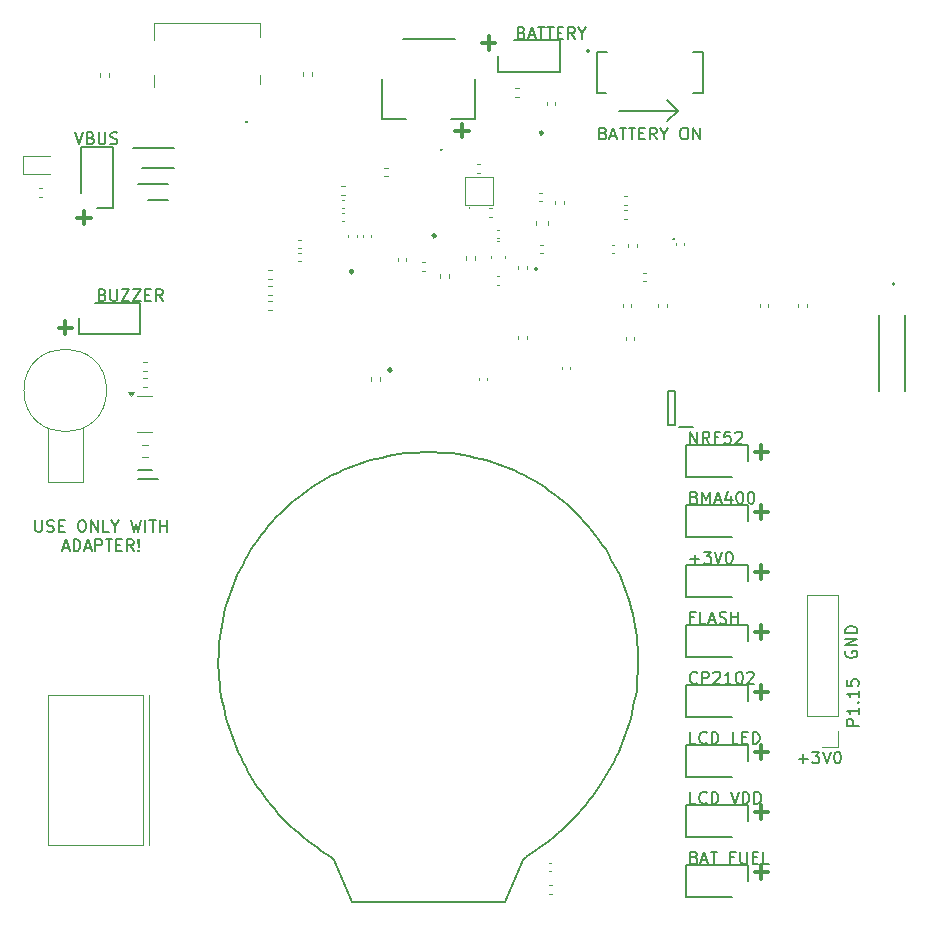
<source format=gbr>
%TF.GenerationSoftware,KiCad,Pcbnew,8.0.3*%
%TF.CreationDate,2024-06-23T22:11:50-05:00*%
%TF.ProjectId,GeckoDevelopmentBoard,4765636b-6f44-4657-9665-6c6f706d656e,rev?*%
%TF.SameCoordinates,Original*%
%TF.FileFunction,Legend,Top*%
%TF.FilePolarity,Positive*%
%FSLAX46Y46*%
G04 Gerber Fmt 4.6, Leading zero omitted, Abs format (unit mm)*
G04 Created by KiCad (PCBNEW 8.0.3) date 2024-06-23 22:11:50*
%MOMM*%
%LPD*%
G01*
G04 APERTURE LIST*
%ADD10C,0.300000*%
%ADD11C,0.200000*%
%ADD12C,0.150000*%
%ADD13C,0.155000*%
%ADD14C,0.120000*%
%ADD15C,0.100000*%
%ADD16C,0.250000*%
%ADD17C,0.127000*%
G04 APERTURE END LIST*
D10*
X95945489Y-61690600D02*
X94802632Y-61690600D01*
X95374060Y-61119171D02*
X95374060Y-62262028D01*
D11*
X113625000Y-60025000D02*
X112741117Y-59141117D01*
X108625000Y-60025000D02*
X113625000Y-60025000D01*
X113616941Y-60033058D02*
X112733058Y-60916941D01*
D12*
X62593922Y-61844819D02*
X62927255Y-62844819D01*
X62927255Y-62844819D02*
X63260588Y-61844819D01*
X63927255Y-62321009D02*
X64070112Y-62368628D01*
X64070112Y-62368628D02*
X64117731Y-62416247D01*
X64117731Y-62416247D02*
X64165350Y-62511485D01*
X64165350Y-62511485D02*
X64165350Y-62654342D01*
X64165350Y-62654342D02*
X64117731Y-62749580D01*
X64117731Y-62749580D02*
X64070112Y-62797200D01*
X64070112Y-62797200D02*
X63974874Y-62844819D01*
X63974874Y-62844819D02*
X63593922Y-62844819D01*
X63593922Y-62844819D02*
X63593922Y-61844819D01*
X63593922Y-61844819D02*
X63927255Y-61844819D01*
X63927255Y-61844819D02*
X64022493Y-61892438D01*
X64022493Y-61892438D02*
X64070112Y-61940057D01*
X64070112Y-61940057D02*
X64117731Y-62035295D01*
X64117731Y-62035295D02*
X64117731Y-62130533D01*
X64117731Y-62130533D02*
X64070112Y-62225771D01*
X64070112Y-62225771D02*
X64022493Y-62273390D01*
X64022493Y-62273390D02*
X63927255Y-62321009D01*
X63927255Y-62321009D02*
X63593922Y-62321009D01*
X64593922Y-61844819D02*
X64593922Y-62654342D01*
X64593922Y-62654342D02*
X64641541Y-62749580D01*
X64641541Y-62749580D02*
X64689160Y-62797200D01*
X64689160Y-62797200D02*
X64784398Y-62844819D01*
X64784398Y-62844819D02*
X64974874Y-62844819D01*
X64974874Y-62844819D02*
X65070112Y-62797200D01*
X65070112Y-62797200D02*
X65117731Y-62749580D01*
X65117731Y-62749580D02*
X65165350Y-62654342D01*
X65165350Y-62654342D02*
X65165350Y-61844819D01*
X65593922Y-62797200D02*
X65736779Y-62844819D01*
X65736779Y-62844819D02*
X65974874Y-62844819D01*
X65974874Y-62844819D02*
X66070112Y-62797200D01*
X66070112Y-62797200D02*
X66117731Y-62749580D01*
X66117731Y-62749580D02*
X66165350Y-62654342D01*
X66165350Y-62654342D02*
X66165350Y-62559104D01*
X66165350Y-62559104D02*
X66117731Y-62463866D01*
X66117731Y-62463866D02*
X66070112Y-62416247D01*
X66070112Y-62416247D02*
X65974874Y-62368628D01*
X65974874Y-62368628D02*
X65784398Y-62321009D01*
X65784398Y-62321009D02*
X65689160Y-62273390D01*
X65689160Y-62273390D02*
X65641541Y-62225771D01*
X65641541Y-62225771D02*
X65593922Y-62130533D01*
X65593922Y-62130533D02*
X65593922Y-62035295D01*
X65593922Y-62035295D02*
X65641541Y-61940057D01*
X65641541Y-61940057D02*
X65689160Y-61892438D01*
X65689160Y-61892438D02*
X65784398Y-61844819D01*
X65784398Y-61844819D02*
X66022493Y-61844819D01*
X66022493Y-61844819D02*
X66165350Y-61892438D01*
D10*
X120139510Y-104144400D02*
X121282368Y-104144400D01*
X120710939Y-104715828D02*
X120710939Y-103572971D01*
D12*
X115025112Y-102916009D02*
X114691779Y-102916009D01*
X114691779Y-103439819D02*
X114691779Y-102439819D01*
X114691779Y-102439819D02*
X115167969Y-102439819D01*
X116025112Y-103439819D02*
X115548922Y-103439819D01*
X115548922Y-103439819D02*
X115548922Y-102439819D01*
X116310827Y-103154104D02*
X116787017Y-103154104D01*
X116215589Y-103439819D02*
X116548922Y-102439819D01*
X116548922Y-102439819D02*
X116882255Y-103439819D01*
X117167970Y-103392200D02*
X117310827Y-103439819D01*
X117310827Y-103439819D02*
X117548922Y-103439819D01*
X117548922Y-103439819D02*
X117644160Y-103392200D01*
X117644160Y-103392200D02*
X117691779Y-103344580D01*
X117691779Y-103344580D02*
X117739398Y-103249342D01*
X117739398Y-103249342D02*
X117739398Y-103154104D01*
X117739398Y-103154104D02*
X117691779Y-103058866D01*
X117691779Y-103058866D02*
X117644160Y-103011247D01*
X117644160Y-103011247D02*
X117548922Y-102963628D01*
X117548922Y-102963628D02*
X117358446Y-102916009D01*
X117358446Y-102916009D02*
X117263208Y-102868390D01*
X117263208Y-102868390D02*
X117215589Y-102820771D01*
X117215589Y-102820771D02*
X117167970Y-102725533D01*
X117167970Y-102725533D02*
X117167970Y-102630295D01*
X117167970Y-102630295D02*
X117215589Y-102535057D01*
X117215589Y-102535057D02*
X117263208Y-102487438D01*
X117263208Y-102487438D02*
X117358446Y-102439819D01*
X117358446Y-102439819D02*
X117596541Y-102439819D01*
X117596541Y-102439819D02*
X117739398Y-102487438D01*
X118167970Y-103439819D02*
X118167970Y-102439819D01*
X118167970Y-102916009D02*
X118739398Y-102916009D01*
X118739398Y-103439819D02*
X118739398Y-102439819D01*
D10*
X120139510Y-93984400D02*
X121282368Y-93984400D01*
X120710939Y-94555828D02*
X120710939Y-93412971D01*
D12*
X100400112Y-53401009D02*
X100542969Y-53448628D01*
X100542969Y-53448628D02*
X100590588Y-53496247D01*
X100590588Y-53496247D02*
X100638207Y-53591485D01*
X100638207Y-53591485D02*
X100638207Y-53734342D01*
X100638207Y-53734342D02*
X100590588Y-53829580D01*
X100590588Y-53829580D02*
X100542969Y-53877200D01*
X100542969Y-53877200D02*
X100447731Y-53924819D01*
X100447731Y-53924819D02*
X100066779Y-53924819D01*
X100066779Y-53924819D02*
X100066779Y-52924819D01*
X100066779Y-52924819D02*
X100400112Y-52924819D01*
X100400112Y-52924819D02*
X100495350Y-52972438D01*
X100495350Y-52972438D02*
X100542969Y-53020057D01*
X100542969Y-53020057D02*
X100590588Y-53115295D01*
X100590588Y-53115295D02*
X100590588Y-53210533D01*
X100590588Y-53210533D02*
X100542969Y-53305771D01*
X100542969Y-53305771D02*
X100495350Y-53353390D01*
X100495350Y-53353390D02*
X100400112Y-53401009D01*
X100400112Y-53401009D02*
X100066779Y-53401009D01*
X101019160Y-53639104D02*
X101495350Y-53639104D01*
X100923922Y-53924819D02*
X101257255Y-52924819D01*
X101257255Y-52924819D02*
X101590588Y-53924819D01*
X101781065Y-52924819D02*
X102352493Y-52924819D01*
X102066779Y-53924819D02*
X102066779Y-52924819D01*
X102542970Y-52924819D02*
X103114398Y-52924819D01*
X102828684Y-53924819D02*
X102828684Y-52924819D01*
X103447732Y-53401009D02*
X103781065Y-53401009D01*
X103923922Y-53924819D02*
X103447732Y-53924819D01*
X103447732Y-53924819D02*
X103447732Y-52924819D01*
X103447732Y-52924819D02*
X103923922Y-52924819D01*
X104923922Y-53924819D02*
X104590589Y-53448628D01*
X104352494Y-53924819D02*
X104352494Y-52924819D01*
X104352494Y-52924819D02*
X104733446Y-52924819D01*
X104733446Y-52924819D02*
X104828684Y-52972438D01*
X104828684Y-52972438D02*
X104876303Y-53020057D01*
X104876303Y-53020057D02*
X104923922Y-53115295D01*
X104923922Y-53115295D02*
X104923922Y-53258152D01*
X104923922Y-53258152D02*
X104876303Y-53353390D01*
X104876303Y-53353390D02*
X104828684Y-53401009D01*
X104828684Y-53401009D02*
X104733446Y-53448628D01*
X104733446Y-53448628D02*
X104352494Y-53448628D01*
X105542970Y-53448628D02*
X105542970Y-53924819D01*
X105209637Y-52924819D02*
X105542970Y-53448628D01*
X105542970Y-53448628D02*
X105876303Y-52924819D01*
X128944819Y-112063220D02*
X127944819Y-112063220D01*
X127944819Y-112063220D02*
X127944819Y-111682268D01*
X127944819Y-111682268D02*
X127992438Y-111587030D01*
X127992438Y-111587030D02*
X128040057Y-111539411D01*
X128040057Y-111539411D02*
X128135295Y-111491792D01*
X128135295Y-111491792D02*
X128278152Y-111491792D01*
X128278152Y-111491792D02*
X128373390Y-111539411D01*
X128373390Y-111539411D02*
X128421009Y-111587030D01*
X128421009Y-111587030D02*
X128468628Y-111682268D01*
X128468628Y-111682268D02*
X128468628Y-112063220D01*
X128944819Y-110539411D02*
X128944819Y-111110839D01*
X128944819Y-110825125D02*
X127944819Y-110825125D01*
X127944819Y-110825125D02*
X128087676Y-110920363D01*
X128087676Y-110920363D02*
X128182914Y-111015601D01*
X128182914Y-111015601D02*
X128230533Y-111110839D01*
X128849580Y-110110839D02*
X128897200Y-110063220D01*
X128897200Y-110063220D02*
X128944819Y-110110839D01*
X128944819Y-110110839D02*
X128897200Y-110158458D01*
X128897200Y-110158458D02*
X128849580Y-110110839D01*
X128849580Y-110110839D02*
X128944819Y-110110839D01*
X128944819Y-109110840D02*
X128944819Y-109682268D01*
X128944819Y-109396554D02*
X127944819Y-109396554D01*
X127944819Y-109396554D02*
X128087676Y-109491792D01*
X128087676Y-109491792D02*
X128182914Y-109587030D01*
X128182914Y-109587030D02*
X128230533Y-109682268D01*
X127944819Y-108206078D02*
X127944819Y-108682268D01*
X127944819Y-108682268D02*
X128421009Y-108729887D01*
X128421009Y-108729887D02*
X128373390Y-108682268D01*
X128373390Y-108682268D02*
X128325771Y-108587030D01*
X128325771Y-108587030D02*
X128325771Y-108348935D01*
X128325771Y-108348935D02*
X128373390Y-108253697D01*
X128373390Y-108253697D02*
X128421009Y-108206078D01*
X128421009Y-108206078D02*
X128516247Y-108158459D01*
X128516247Y-108158459D02*
X128754342Y-108158459D01*
X128754342Y-108158459D02*
X128849580Y-108206078D01*
X128849580Y-108206078D02*
X128897200Y-108253697D01*
X128897200Y-108253697D02*
X128944819Y-108348935D01*
X128944819Y-108348935D02*
X128944819Y-108587030D01*
X128944819Y-108587030D02*
X128897200Y-108682268D01*
X128897200Y-108682268D02*
X128849580Y-108729887D01*
D10*
X97614400Y-54845489D02*
X97614400Y-53702632D01*
X98185828Y-54274060D02*
X97042971Y-54274060D01*
D12*
X115025112Y-123236009D02*
X115167969Y-123283628D01*
X115167969Y-123283628D02*
X115215588Y-123331247D01*
X115215588Y-123331247D02*
X115263207Y-123426485D01*
X115263207Y-123426485D02*
X115263207Y-123569342D01*
X115263207Y-123569342D02*
X115215588Y-123664580D01*
X115215588Y-123664580D02*
X115167969Y-123712200D01*
X115167969Y-123712200D02*
X115072731Y-123759819D01*
X115072731Y-123759819D02*
X114691779Y-123759819D01*
X114691779Y-123759819D02*
X114691779Y-122759819D01*
X114691779Y-122759819D02*
X115025112Y-122759819D01*
X115025112Y-122759819D02*
X115120350Y-122807438D01*
X115120350Y-122807438D02*
X115167969Y-122855057D01*
X115167969Y-122855057D02*
X115215588Y-122950295D01*
X115215588Y-122950295D02*
X115215588Y-123045533D01*
X115215588Y-123045533D02*
X115167969Y-123140771D01*
X115167969Y-123140771D02*
X115120350Y-123188390D01*
X115120350Y-123188390D02*
X115025112Y-123236009D01*
X115025112Y-123236009D02*
X114691779Y-123236009D01*
X115644160Y-123474104D02*
X116120350Y-123474104D01*
X115548922Y-123759819D02*
X115882255Y-122759819D01*
X115882255Y-122759819D02*
X116215588Y-123759819D01*
X116406065Y-122759819D02*
X116977493Y-122759819D01*
X116691779Y-123759819D02*
X116691779Y-122759819D01*
X117072732Y-123855057D02*
X117834636Y-123855057D01*
X118406065Y-123236009D02*
X118072732Y-123236009D01*
X118072732Y-123759819D02*
X118072732Y-122759819D01*
X118072732Y-122759819D02*
X118548922Y-122759819D01*
X118929875Y-122759819D02*
X118929875Y-123569342D01*
X118929875Y-123569342D02*
X118977494Y-123664580D01*
X118977494Y-123664580D02*
X119025113Y-123712200D01*
X119025113Y-123712200D02*
X119120351Y-123759819D01*
X119120351Y-123759819D02*
X119310827Y-123759819D01*
X119310827Y-123759819D02*
X119406065Y-123712200D01*
X119406065Y-123712200D02*
X119453684Y-123664580D01*
X119453684Y-123664580D02*
X119501303Y-123569342D01*
X119501303Y-123569342D02*
X119501303Y-122759819D01*
X119977494Y-123236009D02*
X120310827Y-123236009D01*
X120453684Y-123759819D02*
X119977494Y-123759819D01*
X119977494Y-123759819D02*
X119977494Y-122759819D01*
X119977494Y-122759819D02*
X120453684Y-122759819D01*
X121358446Y-123759819D02*
X120882256Y-123759819D01*
X120882256Y-123759819D02*
X120882256Y-122759819D01*
X115167969Y-113599819D02*
X114691779Y-113599819D01*
X114691779Y-113599819D02*
X114691779Y-112599819D01*
X116072731Y-113504580D02*
X116025112Y-113552200D01*
X116025112Y-113552200D02*
X115882255Y-113599819D01*
X115882255Y-113599819D02*
X115787017Y-113599819D01*
X115787017Y-113599819D02*
X115644160Y-113552200D01*
X115644160Y-113552200D02*
X115548922Y-113456961D01*
X115548922Y-113456961D02*
X115501303Y-113361723D01*
X115501303Y-113361723D02*
X115453684Y-113171247D01*
X115453684Y-113171247D02*
X115453684Y-113028390D01*
X115453684Y-113028390D02*
X115501303Y-112837914D01*
X115501303Y-112837914D02*
X115548922Y-112742676D01*
X115548922Y-112742676D02*
X115644160Y-112647438D01*
X115644160Y-112647438D02*
X115787017Y-112599819D01*
X115787017Y-112599819D02*
X115882255Y-112599819D01*
X115882255Y-112599819D02*
X116025112Y-112647438D01*
X116025112Y-112647438D02*
X116072731Y-112695057D01*
X116501303Y-113599819D02*
X116501303Y-112599819D01*
X116501303Y-112599819D02*
X116739398Y-112599819D01*
X116739398Y-112599819D02*
X116882255Y-112647438D01*
X116882255Y-112647438D02*
X116977493Y-112742676D01*
X116977493Y-112742676D02*
X117025112Y-112837914D01*
X117025112Y-112837914D02*
X117072731Y-113028390D01*
X117072731Y-113028390D02*
X117072731Y-113171247D01*
X117072731Y-113171247D02*
X117025112Y-113361723D01*
X117025112Y-113361723D02*
X116977493Y-113456961D01*
X116977493Y-113456961D02*
X116882255Y-113552200D01*
X116882255Y-113552200D02*
X116739398Y-113599819D01*
X116739398Y-113599819D02*
X116501303Y-113599819D01*
X117263208Y-113695057D02*
X118025112Y-113695057D01*
X118739398Y-113599819D02*
X118263208Y-113599819D01*
X118263208Y-113599819D02*
X118263208Y-112599819D01*
X119072732Y-113076009D02*
X119406065Y-113076009D01*
X119548922Y-113599819D02*
X119072732Y-113599819D01*
X119072732Y-113599819D02*
X119072732Y-112599819D01*
X119072732Y-112599819D02*
X119548922Y-112599819D01*
X119977494Y-113599819D02*
X119977494Y-112599819D01*
X119977494Y-112599819D02*
X120215589Y-112599819D01*
X120215589Y-112599819D02*
X120358446Y-112647438D01*
X120358446Y-112647438D02*
X120453684Y-112742676D01*
X120453684Y-112742676D02*
X120501303Y-112837914D01*
X120501303Y-112837914D02*
X120548922Y-113028390D01*
X120548922Y-113028390D02*
X120548922Y-113171247D01*
X120548922Y-113171247D02*
X120501303Y-113361723D01*
X120501303Y-113361723D02*
X120453684Y-113456961D01*
X120453684Y-113456961D02*
X120358446Y-113552200D01*
X120358446Y-113552200D02*
X120215589Y-113599819D01*
X120215589Y-113599819D02*
X119977494Y-113599819D01*
D10*
X120139510Y-109224400D02*
X121282368Y-109224400D01*
X120710939Y-109795828D02*
X120710939Y-108652971D01*
D12*
X115167969Y-118679819D02*
X114691779Y-118679819D01*
X114691779Y-118679819D02*
X114691779Y-117679819D01*
X116072731Y-118584580D02*
X116025112Y-118632200D01*
X116025112Y-118632200D02*
X115882255Y-118679819D01*
X115882255Y-118679819D02*
X115787017Y-118679819D01*
X115787017Y-118679819D02*
X115644160Y-118632200D01*
X115644160Y-118632200D02*
X115548922Y-118536961D01*
X115548922Y-118536961D02*
X115501303Y-118441723D01*
X115501303Y-118441723D02*
X115453684Y-118251247D01*
X115453684Y-118251247D02*
X115453684Y-118108390D01*
X115453684Y-118108390D02*
X115501303Y-117917914D01*
X115501303Y-117917914D02*
X115548922Y-117822676D01*
X115548922Y-117822676D02*
X115644160Y-117727438D01*
X115644160Y-117727438D02*
X115787017Y-117679819D01*
X115787017Y-117679819D02*
X115882255Y-117679819D01*
X115882255Y-117679819D02*
X116025112Y-117727438D01*
X116025112Y-117727438D02*
X116072731Y-117775057D01*
X116501303Y-118679819D02*
X116501303Y-117679819D01*
X116501303Y-117679819D02*
X116739398Y-117679819D01*
X116739398Y-117679819D02*
X116882255Y-117727438D01*
X116882255Y-117727438D02*
X116977493Y-117822676D01*
X116977493Y-117822676D02*
X117025112Y-117917914D01*
X117025112Y-117917914D02*
X117072731Y-118108390D01*
X117072731Y-118108390D02*
X117072731Y-118251247D01*
X117072731Y-118251247D02*
X117025112Y-118441723D01*
X117025112Y-118441723D02*
X116977493Y-118536961D01*
X116977493Y-118536961D02*
X116882255Y-118632200D01*
X116882255Y-118632200D02*
X116739398Y-118679819D01*
X116739398Y-118679819D02*
X116501303Y-118679819D01*
X117263208Y-118775057D02*
X118025112Y-118775057D01*
X118120351Y-117679819D02*
X118453684Y-118679819D01*
X118453684Y-118679819D02*
X118787017Y-117679819D01*
X119120351Y-118679819D02*
X119120351Y-117679819D01*
X119120351Y-117679819D02*
X119358446Y-117679819D01*
X119358446Y-117679819D02*
X119501303Y-117727438D01*
X119501303Y-117727438D02*
X119596541Y-117822676D01*
X119596541Y-117822676D02*
X119644160Y-117917914D01*
X119644160Y-117917914D02*
X119691779Y-118108390D01*
X119691779Y-118108390D02*
X119691779Y-118251247D01*
X119691779Y-118251247D02*
X119644160Y-118441723D01*
X119644160Y-118441723D02*
X119596541Y-118536961D01*
X119596541Y-118536961D02*
X119501303Y-118632200D01*
X119501303Y-118632200D02*
X119358446Y-118679819D01*
X119358446Y-118679819D02*
X119120351Y-118679819D01*
X120120351Y-118679819D02*
X120120351Y-117679819D01*
X120120351Y-117679819D02*
X120358446Y-117679819D01*
X120358446Y-117679819D02*
X120501303Y-117727438D01*
X120501303Y-117727438D02*
X120596541Y-117822676D01*
X120596541Y-117822676D02*
X120644160Y-117917914D01*
X120644160Y-117917914D02*
X120691779Y-118108390D01*
X120691779Y-118108390D02*
X120691779Y-118251247D01*
X120691779Y-118251247D02*
X120644160Y-118441723D01*
X120644160Y-118441723D02*
X120596541Y-118536961D01*
X120596541Y-118536961D02*
X120501303Y-118632200D01*
X120501303Y-118632200D02*
X120358446Y-118679819D01*
X120358446Y-118679819D02*
X120120351Y-118679819D01*
X115025112Y-92756009D02*
X115167969Y-92803628D01*
X115167969Y-92803628D02*
X115215588Y-92851247D01*
X115215588Y-92851247D02*
X115263207Y-92946485D01*
X115263207Y-92946485D02*
X115263207Y-93089342D01*
X115263207Y-93089342D02*
X115215588Y-93184580D01*
X115215588Y-93184580D02*
X115167969Y-93232200D01*
X115167969Y-93232200D02*
X115072731Y-93279819D01*
X115072731Y-93279819D02*
X114691779Y-93279819D01*
X114691779Y-93279819D02*
X114691779Y-92279819D01*
X114691779Y-92279819D02*
X115025112Y-92279819D01*
X115025112Y-92279819D02*
X115120350Y-92327438D01*
X115120350Y-92327438D02*
X115167969Y-92375057D01*
X115167969Y-92375057D02*
X115215588Y-92470295D01*
X115215588Y-92470295D02*
X115215588Y-92565533D01*
X115215588Y-92565533D02*
X115167969Y-92660771D01*
X115167969Y-92660771D02*
X115120350Y-92708390D01*
X115120350Y-92708390D02*
X115025112Y-92756009D01*
X115025112Y-92756009D02*
X114691779Y-92756009D01*
X115691779Y-93279819D02*
X115691779Y-92279819D01*
X115691779Y-92279819D02*
X116025112Y-92994104D01*
X116025112Y-92994104D02*
X116358445Y-92279819D01*
X116358445Y-92279819D02*
X116358445Y-93279819D01*
X116787017Y-92994104D02*
X117263207Y-92994104D01*
X116691779Y-93279819D02*
X117025112Y-92279819D01*
X117025112Y-92279819D02*
X117358445Y-93279819D01*
X118120350Y-92613152D02*
X118120350Y-93279819D01*
X117882255Y-92232200D02*
X117644160Y-92946485D01*
X117644160Y-92946485D02*
X118263207Y-92946485D01*
X118834636Y-92279819D02*
X118929874Y-92279819D01*
X118929874Y-92279819D02*
X119025112Y-92327438D01*
X119025112Y-92327438D02*
X119072731Y-92375057D01*
X119072731Y-92375057D02*
X119120350Y-92470295D01*
X119120350Y-92470295D02*
X119167969Y-92660771D01*
X119167969Y-92660771D02*
X119167969Y-92898866D01*
X119167969Y-92898866D02*
X119120350Y-93089342D01*
X119120350Y-93089342D02*
X119072731Y-93184580D01*
X119072731Y-93184580D02*
X119025112Y-93232200D01*
X119025112Y-93232200D02*
X118929874Y-93279819D01*
X118929874Y-93279819D02*
X118834636Y-93279819D01*
X118834636Y-93279819D02*
X118739398Y-93232200D01*
X118739398Y-93232200D02*
X118691779Y-93184580D01*
X118691779Y-93184580D02*
X118644160Y-93089342D01*
X118644160Y-93089342D02*
X118596541Y-92898866D01*
X118596541Y-92898866D02*
X118596541Y-92660771D01*
X118596541Y-92660771D02*
X118644160Y-92470295D01*
X118644160Y-92470295D02*
X118691779Y-92375057D01*
X118691779Y-92375057D02*
X118739398Y-92327438D01*
X118739398Y-92327438D02*
X118834636Y-92279819D01*
X119787017Y-92279819D02*
X119882255Y-92279819D01*
X119882255Y-92279819D02*
X119977493Y-92327438D01*
X119977493Y-92327438D02*
X120025112Y-92375057D01*
X120025112Y-92375057D02*
X120072731Y-92470295D01*
X120072731Y-92470295D02*
X120120350Y-92660771D01*
X120120350Y-92660771D02*
X120120350Y-92898866D01*
X120120350Y-92898866D02*
X120072731Y-93089342D01*
X120072731Y-93089342D02*
X120025112Y-93184580D01*
X120025112Y-93184580D02*
X119977493Y-93232200D01*
X119977493Y-93232200D02*
X119882255Y-93279819D01*
X119882255Y-93279819D02*
X119787017Y-93279819D01*
X119787017Y-93279819D02*
X119691779Y-93232200D01*
X119691779Y-93232200D02*
X119644160Y-93184580D01*
X119644160Y-93184580D02*
X119596541Y-93089342D01*
X119596541Y-93089342D02*
X119548922Y-92898866D01*
X119548922Y-92898866D02*
X119548922Y-92660771D01*
X119548922Y-92660771D02*
X119596541Y-92470295D01*
X119596541Y-92470295D02*
X119644160Y-92375057D01*
X119644160Y-92375057D02*
X119691779Y-92327438D01*
X119691779Y-92327438D02*
X119787017Y-92279819D01*
X114691779Y-97978866D02*
X115453684Y-97978866D01*
X115072731Y-98359819D02*
X115072731Y-97597914D01*
X115834636Y-97359819D02*
X116453683Y-97359819D01*
X116453683Y-97359819D02*
X116120350Y-97740771D01*
X116120350Y-97740771D02*
X116263207Y-97740771D01*
X116263207Y-97740771D02*
X116358445Y-97788390D01*
X116358445Y-97788390D02*
X116406064Y-97836009D01*
X116406064Y-97836009D02*
X116453683Y-97931247D01*
X116453683Y-97931247D02*
X116453683Y-98169342D01*
X116453683Y-98169342D02*
X116406064Y-98264580D01*
X116406064Y-98264580D02*
X116358445Y-98312200D01*
X116358445Y-98312200D02*
X116263207Y-98359819D01*
X116263207Y-98359819D02*
X115977493Y-98359819D01*
X115977493Y-98359819D02*
X115882255Y-98312200D01*
X115882255Y-98312200D02*
X115834636Y-98264580D01*
X116739398Y-97359819D02*
X117072731Y-98359819D01*
X117072731Y-98359819D02*
X117406064Y-97359819D01*
X117929874Y-97359819D02*
X118025112Y-97359819D01*
X118025112Y-97359819D02*
X118120350Y-97407438D01*
X118120350Y-97407438D02*
X118167969Y-97455057D01*
X118167969Y-97455057D02*
X118215588Y-97550295D01*
X118215588Y-97550295D02*
X118263207Y-97740771D01*
X118263207Y-97740771D02*
X118263207Y-97978866D01*
X118263207Y-97978866D02*
X118215588Y-98169342D01*
X118215588Y-98169342D02*
X118167969Y-98264580D01*
X118167969Y-98264580D02*
X118120350Y-98312200D01*
X118120350Y-98312200D02*
X118025112Y-98359819D01*
X118025112Y-98359819D02*
X117929874Y-98359819D01*
X117929874Y-98359819D02*
X117834636Y-98312200D01*
X117834636Y-98312200D02*
X117787017Y-98264580D01*
X117787017Y-98264580D02*
X117739398Y-98169342D01*
X117739398Y-98169342D02*
X117691779Y-97978866D01*
X117691779Y-97978866D02*
X117691779Y-97740771D01*
X117691779Y-97740771D02*
X117739398Y-97550295D01*
X117739398Y-97550295D02*
X117787017Y-97455057D01*
X117787017Y-97455057D02*
X117834636Y-97407438D01*
X117834636Y-97407438D02*
X117929874Y-97359819D01*
X64920112Y-75596009D02*
X65062969Y-75643628D01*
X65062969Y-75643628D02*
X65110588Y-75691247D01*
X65110588Y-75691247D02*
X65158207Y-75786485D01*
X65158207Y-75786485D02*
X65158207Y-75929342D01*
X65158207Y-75929342D02*
X65110588Y-76024580D01*
X65110588Y-76024580D02*
X65062969Y-76072200D01*
X65062969Y-76072200D02*
X64967731Y-76119819D01*
X64967731Y-76119819D02*
X64586779Y-76119819D01*
X64586779Y-76119819D02*
X64586779Y-75119819D01*
X64586779Y-75119819D02*
X64920112Y-75119819D01*
X64920112Y-75119819D02*
X65015350Y-75167438D01*
X65015350Y-75167438D02*
X65062969Y-75215057D01*
X65062969Y-75215057D02*
X65110588Y-75310295D01*
X65110588Y-75310295D02*
X65110588Y-75405533D01*
X65110588Y-75405533D02*
X65062969Y-75500771D01*
X65062969Y-75500771D02*
X65015350Y-75548390D01*
X65015350Y-75548390D02*
X64920112Y-75596009D01*
X64920112Y-75596009D02*
X64586779Y-75596009D01*
X65586779Y-75119819D02*
X65586779Y-75929342D01*
X65586779Y-75929342D02*
X65634398Y-76024580D01*
X65634398Y-76024580D02*
X65682017Y-76072200D01*
X65682017Y-76072200D02*
X65777255Y-76119819D01*
X65777255Y-76119819D02*
X65967731Y-76119819D01*
X65967731Y-76119819D02*
X66062969Y-76072200D01*
X66062969Y-76072200D02*
X66110588Y-76024580D01*
X66110588Y-76024580D02*
X66158207Y-75929342D01*
X66158207Y-75929342D02*
X66158207Y-75119819D01*
X66539160Y-75119819D02*
X67205826Y-75119819D01*
X67205826Y-75119819D02*
X66539160Y-76119819D01*
X66539160Y-76119819D02*
X67205826Y-76119819D01*
X67491541Y-75119819D02*
X68158207Y-75119819D01*
X68158207Y-75119819D02*
X67491541Y-76119819D01*
X67491541Y-76119819D02*
X68158207Y-76119819D01*
X68539160Y-75596009D02*
X68872493Y-75596009D01*
X69015350Y-76119819D02*
X68539160Y-76119819D01*
X68539160Y-76119819D02*
X68539160Y-75119819D01*
X68539160Y-75119819D02*
X69015350Y-75119819D01*
X70015350Y-76119819D02*
X69682017Y-75643628D01*
X69443922Y-76119819D02*
X69443922Y-75119819D01*
X69443922Y-75119819D02*
X69824874Y-75119819D01*
X69824874Y-75119819D02*
X69920112Y-75167438D01*
X69920112Y-75167438D02*
X69967731Y-75215057D01*
X69967731Y-75215057D02*
X70015350Y-75310295D01*
X70015350Y-75310295D02*
X70015350Y-75453152D01*
X70015350Y-75453152D02*
X69967731Y-75548390D01*
X69967731Y-75548390D02*
X69920112Y-75596009D01*
X69920112Y-75596009D02*
X69824874Y-75643628D01*
X69824874Y-75643628D02*
X69443922Y-75643628D01*
X127867438Y-105764411D02*
X127819819Y-105859649D01*
X127819819Y-105859649D02*
X127819819Y-106002506D01*
X127819819Y-106002506D02*
X127867438Y-106145363D01*
X127867438Y-106145363D02*
X127962676Y-106240601D01*
X127962676Y-106240601D02*
X128057914Y-106288220D01*
X128057914Y-106288220D02*
X128248390Y-106335839D01*
X128248390Y-106335839D02*
X128391247Y-106335839D01*
X128391247Y-106335839D02*
X128581723Y-106288220D01*
X128581723Y-106288220D02*
X128676961Y-106240601D01*
X128676961Y-106240601D02*
X128772200Y-106145363D01*
X128772200Y-106145363D02*
X128819819Y-106002506D01*
X128819819Y-106002506D02*
X128819819Y-105907268D01*
X128819819Y-105907268D02*
X128772200Y-105764411D01*
X128772200Y-105764411D02*
X128724580Y-105716792D01*
X128724580Y-105716792D02*
X128391247Y-105716792D01*
X128391247Y-105716792D02*
X128391247Y-105907268D01*
X128819819Y-105288220D02*
X127819819Y-105288220D01*
X127819819Y-105288220D02*
X128819819Y-104716792D01*
X128819819Y-104716792D02*
X127819819Y-104716792D01*
X128819819Y-104240601D02*
X127819819Y-104240601D01*
X127819819Y-104240601D02*
X127819819Y-104002506D01*
X127819819Y-104002506D02*
X127867438Y-103859649D01*
X127867438Y-103859649D02*
X127962676Y-103764411D01*
X127962676Y-103764411D02*
X128057914Y-103716792D01*
X128057914Y-103716792D02*
X128248390Y-103669173D01*
X128248390Y-103669173D02*
X128391247Y-103669173D01*
X128391247Y-103669173D02*
X128581723Y-103716792D01*
X128581723Y-103716792D02*
X128676961Y-103764411D01*
X128676961Y-103764411D02*
X128772200Y-103859649D01*
X128772200Y-103859649D02*
X128819819Y-104002506D01*
X128819819Y-104002506D02*
X128819819Y-104240601D01*
D10*
X120139510Y-114304400D02*
X121282368Y-114304400D01*
X120710939Y-114875828D02*
X120710939Y-113732971D01*
D13*
X59228571Y-94684615D02*
X59228571Y-95494138D01*
X59228571Y-95494138D02*
X59276190Y-95589376D01*
X59276190Y-95589376D02*
X59323809Y-95636996D01*
X59323809Y-95636996D02*
X59419047Y-95684615D01*
X59419047Y-95684615D02*
X59609523Y-95684615D01*
X59609523Y-95684615D02*
X59704761Y-95636996D01*
X59704761Y-95636996D02*
X59752380Y-95589376D01*
X59752380Y-95589376D02*
X59799999Y-95494138D01*
X59799999Y-95494138D02*
X59799999Y-94684615D01*
X60228571Y-95636996D02*
X60371428Y-95684615D01*
X60371428Y-95684615D02*
X60609523Y-95684615D01*
X60609523Y-95684615D02*
X60704761Y-95636996D01*
X60704761Y-95636996D02*
X60752380Y-95589376D01*
X60752380Y-95589376D02*
X60799999Y-95494138D01*
X60799999Y-95494138D02*
X60799999Y-95398900D01*
X60799999Y-95398900D02*
X60752380Y-95303662D01*
X60752380Y-95303662D02*
X60704761Y-95256043D01*
X60704761Y-95256043D02*
X60609523Y-95208424D01*
X60609523Y-95208424D02*
X60419047Y-95160805D01*
X60419047Y-95160805D02*
X60323809Y-95113186D01*
X60323809Y-95113186D02*
X60276190Y-95065567D01*
X60276190Y-95065567D02*
X60228571Y-94970329D01*
X60228571Y-94970329D02*
X60228571Y-94875091D01*
X60228571Y-94875091D02*
X60276190Y-94779853D01*
X60276190Y-94779853D02*
X60323809Y-94732234D01*
X60323809Y-94732234D02*
X60419047Y-94684615D01*
X60419047Y-94684615D02*
X60657142Y-94684615D01*
X60657142Y-94684615D02*
X60799999Y-94732234D01*
X61228571Y-95160805D02*
X61561904Y-95160805D01*
X61704761Y-95684615D02*
X61228571Y-95684615D01*
X61228571Y-95684615D02*
X61228571Y-94684615D01*
X61228571Y-94684615D02*
X61704761Y-94684615D01*
X63085714Y-94684615D02*
X63276190Y-94684615D01*
X63276190Y-94684615D02*
X63371428Y-94732234D01*
X63371428Y-94732234D02*
X63466666Y-94827472D01*
X63466666Y-94827472D02*
X63514285Y-95017948D01*
X63514285Y-95017948D02*
X63514285Y-95351281D01*
X63514285Y-95351281D02*
X63466666Y-95541757D01*
X63466666Y-95541757D02*
X63371428Y-95636996D01*
X63371428Y-95636996D02*
X63276190Y-95684615D01*
X63276190Y-95684615D02*
X63085714Y-95684615D01*
X63085714Y-95684615D02*
X62990476Y-95636996D01*
X62990476Y-95636996D02*
X62895238Y-95541757D01*
X62895238Y-95541757D02*
X62847619Y-95351281D01*
X62847619Y-95351281D02*
X62847619Y-95017948D01*
X62847619Y-95017948D02*
X62895238Y-94827472D01*
X62895238Y-94827472D02*
X62990476Y-94732234D01*
X62990476Y-94732234D02*
X63085714Y-94684615D01*
X63942857Y-95684615D02*
X63942857Y-94684615D01*
X63942857Y-94684615D02*
X64514285Y-95684615D01*
X64514285Y-95684615D02*
X64514285Y-94684615D01*
X65466666Y-95684615D02*
X64990476Y-95684615D01*
X64990476Y-95684615D02*
X64990476Y-94684615D01*
X65990476Y-95208424D02*
X65990476Y-95684615D01*
X65657143Y-94684615D02*
X65990476Y-95208424D01*
X65990476Y-95208424D02*
X66323809Y-94684615D01*
X67323810Y-94684615D02*
X67561905Y-95684615D01*
X67561905Y-95684615D02*
X67752381Y-94970329D01*
X67752381Y-94970329D02*
X67942857Y-95684615D01*
X67942857Y-95684615D02*
X68180953Y-94684615D01*
X68561905Y-95684615D02*
X68561905Y-94684615D01*
X68895238Y-94684615D02*
X69466666Y-94684615D01*
X69180952Y-95684615D02*
X69180952Y-94684615D01*
X69800000Y-95684615D02*
X69800000Y-94684615D01*
X69800000Y-95160805D02*
X70371428Y-95160805D01*
X70371428Y-95684615D02*
X70371428Y-94684615D01*
X61561905Y-97008844D02*
X62038095Y-97008844D01*
X61466667Y-97294559D02*
X61800000Y-96294559D01*
X61800000Y-96294559D02*
X62133333Y-97294559D01*
X62466667Y-97294559D02*
X62466667Y-96294559D01*
X62466667Y-96294559D02*
X62704762Y-96294559D01*
X62704762Y-96294559D02*
X62847619Y-96342178D01*
X62847619Y-96342178D02*
X62942857Y-96437416D01*
X62942857Y-96437416D02*
X62990476Y-96532654D01*
X62990476Y-96532654D02*
X63038095Y-96723130D01*
X63038095Y-96723130D02*
X63038095Y-96865987D01*
X63038095Y-96865987D02*
X62990476Y-97056463D01*
X62990476Y-97056463D02*
X62942857Y-97151701D01*
X62942857Y-97151701D02*
X62847619Y-97246940D01*
X62847619Y-97246940D02*
X62704762Y-97294559D01*
X62704762Y-97294559D02*
X62466667Y-97294559D01*
X63419048Y-97008844D02*
X63895238Y-97008844D01*
X63323810Y-97294559D02*
X63657143Y-96294559D01*
X63657143Y-96294559D02*
X63990476Y-97294559D01*
X64323810Y-97294559D02*
X64323810Y-96294559D01*
X64323810Y-96294559D02*
X64704762Y-96294559D01*
X64704762Y-96294559D02*
X64800000Y-96342178D01*
X64800000Y-96342178D02*
X64847619Y-96389797D01*
X64847619Y-96389797D02*
X64895238Y-96485035D01*
X64895238Y-96485035D02*
X64895238Y-96627892D01*
X64895238Y-96627892D02*
X64847619Y-96723130D01*
X64847619Y-96723130D02*
X64800000Y-96770749D01*
X64800000Y-96770749D02*
X64704762Y-96818368D01*
X64704762Y-96818368D02*
X64323810Y-96818368D01*
X65180953Y-96294559D02*
X65752381Y-96294559D01*
X65466667Y-97294559D02*
X65466667Y-96294559D01*
X66085715Y-96770749D02*
X66419048Y-96770749D01*
X66561905Y-97294559D02*
X66085715Y-97294559D01*
X66085715Y-97294559D02*
X66085715Y-96294559D01*
X66085715Y-96294559D02*
X66561905Y-96294559D01*
X67561905Y-97294559D02*
X67228572Y-96818368D01*
X66990477Y-97294559D02*
X66990477Y-96294559D01*
X66990477Y-96294559D02*
X67371429Y-96294559D01*
X67371429Y-96294559D02*
X67466667Y-96342178D01*
X67466667Y-96342178D02*
X67514286Y-96389797D01*
X67514286Y-96389797D02*
X67561905Y-96485035D01*
X67561905Y-96485035D02*
X67561905Y-96627892D01*
X67561905Y-96627892D02*
X67514286Y-96723130D01*
X67514286Y-96723130D02*
X67466667Y-96770749D01*
X67466667Y-96770749D02*
X67371429Y-96818368D01*
X67371429Y-96818368D02*
X66990477Y-96818368D01*
X67990477Y-97199320D02*
X68038096Y-97246940D01*
X68038096Y-97246940D02*
X67990477Y-97294559D01*
X67990477Y-97294559D02*
X67942858Y-97246940D01*
X67942858Y-97246940D02*
X67990477Y-97199320D01*
X67990477Y-97199320D02*
X67990477Y-97294559D01*
X67990477Y-96913606D02*
X67942858Y-96342178D01*
X67942858Y-96342178D02*
X67990477Y-96294559D01*
X67990477Y-96294559D02*
X68038096Y-96342178D01*
X68038096Y-96342178D02*
X67990477Y-96913606D01*
X67990477Y-96913606D02*
X67990477Y-96294559D01*
D12*
X107320112Y-61921009D02*
X107462969Y-61968628D01*
X107462969Y-61968628D02*
X107510588Y-62016247D01*
X107510588Y-62016247D02*
X107558207Y-62111485D01*
X107558207Y-62111485D02*
X107558207Y-62254342D01*
X107558207Y-62254342D02*
X107510588Y-62349580D01*
X107510588Y-62349580D02*
X107462969Y-62397200D01*
X107462969Y-62397200D02*
X107367731Y-62444819D01*
X107367731Y-62444819D02*
X106986779Y-62444819D01*
X106986779Y-62444819D02*
X106986779Y-61444819D01*
X106986779Y-61444819D02*
X107320112Y-61444819D01*
X107320112Y-61444819D02*
X107415350Y-61492438D01*
X107415350Y-61492438D02*
X107462969Y-61540057D01*
X107462969Y-61540057D02*
X107510588Y-61635295D01*
X107510588Y-61635295D02*
X107510588Y-61730533D01*
X107510588Y-61730533D02*
X107462969Y-61825771D01*
X107462969Y-61825771D02*
X107415350Y-61873390D01*
X107415350Y-61873390D02*
X107320112Y-61921009D01*
X107320112Y-61921009D02*
X106986779Y-61921009D01*
X107939160Y-62159104D02*
X108415350Y-62159104D01*
X107843922Y-62444819D02*
X108177255Y-61444819D01*
X108177255Y-61444819D02*
X108510588Y-62444819D01*
X108701065Y-61444819D02*
X109272493Y-61444819D01*
X108986779Y-62444819D02*
X108986779Y-61444819D01*
X109462970Y-61444819D02*
X110034398Y-61444819D01*
X109748684Y-62444819D02*
X109748684Y-61444819D01*
X110367732Y-61921009D02*
X110701065Y-61921009D01*
X110843922Y-62444819D02*
X110367732Y-62444819D01*
X110367732Y-62444819D02*
X110367732Y-61444819D01*
X110367732Y-61444819D02*
X110843922Y-61444819D01*
X111843922Y-62444819D02*
X111510589Y-61968628D01*
X111272494Y-62444819D02*
X111272494Y-61444819D01*
X111272494Y-61444819D02*
X111653446Y-61444819D01*
X111653446Y-61444819D02*
X111748684Y-61492438D01*
X111748684Y-61492438D02*
X111796303Y-61540057D01*
X111796303Y-61540057D02*
X111843922Y-61635295D01*
X111843922Y-61635295D02*
X111843922Y-61778152D01*
X111843922Y-61778152D02*
X111796303Y-61873390D01*
X111796303Y-61873390D02*
X111748684Y-61921009D01*
X111748684Y-61921009D02*
X111653446Y-61968628D01*
X111653446Y-61968628D02*
X111272494Y-61968628D01*
X112462970Y-61968628D02*
X112462970Y-62444819D01*
X112129637Y-61444819D02*
X112462970Y-61968628D01*
X112462970Y-61968628D02*
X112796303Y-61444819D01*
X114082018Y-61444819D02*
X114272494Y-61444819D01*
X114272494Y-61444819D02*
X114367732Y-61492438D01*
X114367732Y-61492438D02*
X114462970Y-61587676D01*
X114462970Y-61587676D02*
X114510589Y-61778152D01*
X114510589Y-61778152D02*
X114510589Y-62111485D01*
X114510589Y-62111485D02*
X114462970Y-62301961D01*
X114462970Y-62301961D02*
X114367732Y-62397200D01*
X114367732Y-62397200D02*
X114272494Y-62444819D01*
X114272494Y-62444819D02*
X114082018Y-62444819D01*
X114082018Y-62444819D02*
X113986780Y-62397200D01*
X113986780Y-62397200D02*
X113891542Y-62301961D01*
X113891542Y-62301961D02*
X113843923Y-62111485D01*
X113843923Y-62111485D02*
X113843923Y-61778152D01*
X113843923Y-61778152D02*
X113891542Y-61587676D01*
X113891542Y-61587676D02*
X113986780Y-61492438D01*
X113986780Y-61492438D02*
X114082018Y-61444819D01*
X114939161Y-62444819D02*
X114939161Y-61444819D01*
X114939161Y-61444819D02*
X115510589Y-62444819D01*
X115510589Y-62444819D02*
X115510589Y-61444819D01*
X115263207Y-108424580D02*
X115215588Y-108472200D01*
X115215588Y-108472200D02*
X115072731Y-108519819D01*
X115072731Y-108519819D02*
X114977493Y-108519819D01*
X114977493Y-108519819D02*
X114834636Y-108472200D01*
X114834636Y-108472200D02*
X114739398Y-108376961D01*
X114739398Y-108376961D02*
X114691779Y-108281723D01*
X114691779Y-108281723D02*
X114644160Y-108091247D01*
X114644160Y-108091247D02*
X114644160Y-107948390D01*
X114644160Y-107948390D02*
X114691779Y-107757914D01*
X114691779Y-107757914D02*
X114739398Y-107662676D01*
X114739398Y-107662676D02*
X114834636Y-107567438D01*
X114834636Y-107567438D02*
X114977493Y-107519819D01*
X114977493Y-107519819D02*
X115072731Y-107519819D01*
X115072731Y-107519819D02*
X115215588Y-107567438D01*
X115215588Y-107567438D02*
X115263207Y-107615057D01*
X115691779Y-108519819D02*
X115691779Y-107519819D01*
X115691779Y-107519819D02*
X116072731Y-107519819D01*
X116072731Y-107519819D02*
X116167969Y-107567438D01*
X116167969Y-107567438D02*
X116215588Y-107615057D01*
X116215588Y-107615057D02*
X116263207Y-107710295D01*
X116263207Y-107710295D02*
X116263207Y-107853152D01*
X116263207Y-107853152D02*
X116215588Y-107948390D01*
X116215588Y-107948390D02*
X116167969Y-107996009D01*
X116167969Y-107996009D02*
X116072731Y-108043628D01*
X116072731Y-108043628D02*
X115691779Y-108043628D01*
X116644160Y-107615057D02*
X116691779Y-107567438D01*
X116691779Y-107567438D02*
X116787017Y-107519819D01*
X116787017Y-107519819D02*
X117025112Y-107519819D01*
X117025112Y-107519819D02*
X117120350Y-107567438D01*
X117120350Y-107567438D02*
X117167969Y-107615057D01*
X117167969Y-107615057D02*
X117215588Y-107710295D01*
X117215588Y-107710295D02*
X117215588Y-107805533D01*
X117215588Y-107805533D02*
X117167969Y-107948390D01*
X117167969Y-107948390D02*
X116596541Y-108519819D01*
X116596541Y-108519819D02*
X117215588Y-108519819D01*
X118167969Y-108519819D02*
X117596541Y-108519819D01*
X117882255Y-108519819D02*
X117882255Y-107519819D01*
X117882255Y-107519819D02*
X117787017Y-107662676D01*
X117787017Y-107662676D02*
X117691779Y-107757914D01*
X117691779Y-107757914D02*
X117596541Y-107805533D01*
X118787017Y-107519819D02*
X118882255Y-107519819D01*
X118882255Y-107519819D02*
X118977493Y-107567438D01*
X118977493Y-107567438D02*
X119025112Y-107615057D01*
X119025112Y-107615057D02*
X119072731Y-107710295D01*
X119072731Y-107710295D02*
X119120350Y-107900771D01*
X119120350Y-107900771D02*
X119120350Y-108138866D01*
X119120350Y-108138866D02*
X119072731Y-108329342D01*
X119072731Y-108329342D02*
X119025112Y-108424580D01*
X119025112Y-108424580D02*
X118977493Y-108472200D01*
X118977493Y-108472200D02*
X118882255Y-108519819D01*
X118882255Y-108519819D02*
X118787017Y-108519819D01*
X118787017Y-108519819D02*
X118691779Y-108472200D01*
X118691779Y-108472200D02*
X118644160Y-108424580D01*
X118644160Y-108424580D02*
X118596541Y-108329342D01*
X118596541Y-108329342D02*
X118548922Y-108138866D01*
X118548922Y-108138866D02*
X118548922Y-107900771D01*
X118548922Y-107900771D02*
X118596541Y-107710295D01*
X118596541Y-107710295D02*
X118644160Y-107615057D01*
X118644160Y-107615057D02*
X118691779Y-107567438D01*
X118691779Y-107567438D02*
X118787017Y-107519819D01*
X119501303Y-107615057D02*
X119548922Y-107567438D01*
X119548922Y-107567438D02*
X119644160Y-107519819D01*
X119644160Y-107519819D02*
X119882255Y-107519819D01*
X119882255Y-107519819D02*
X119977493Y-107567438D01*
X119977493Y-107567438D02*
X120025112Y-107615057D01*
X120025112Y-107615057D02*
X120072731Y-107710295D01*
X120072731Y-107710295D02*
X120072731Y-107805533D01*
X120072731Y-107805533D02*
X120025112Y-107948390D01*
X120025112Y-107948390D02*
X119453684Y-108519819D01*
X119453684Y-108519819D02*
X120072731Y-108519819D01*
D10*
X120139510Y-124464400D02*
X121282368Y-124464400D01*
X120710939Y-125035828D02*
X120710939Y-123892971D01*
D12*
X114691779Y-88199819D02*
X114691779Y-87199819D01*
X114691779Y-87199819D02*
X115263207Y-88199819D01*
X115263207Y-88199819D02*
X115263207Y-87199819D01*
X116310826Y-88199819D02*
X115977493Y-87723628D01*
X115739398Y-88199819D02*
X115739398Y-87199819D01*
X115739398Y-87199819D02*
X116120350Y-87199819D01*
X116120350Y-87199819D02*
X116215588Y-87247438D01*
X116215588Y-87247438D02*
X116263207Y-87295057D01*
X116263207Y-87295057D02*
X116310826Y-87390295D01*
X116310826Y-87390295D02*
X116310826Y-87533152D01*
X116310826Y-87533152D02*
X116263207Y-87628390D01*
X116263207Y-87628390D02*
X116215588Y-87676009D01*
X116215588Y-87676009D02*
X116120350Y-87723628D01*
X116120350Y-87723628D02*
X115739398Y-87723628D01*
X117072731Y-87676009D02*
X116739398Y-87676009D01*
X116739398Y-88199819D02*
X116739398Y-87199819D01*
X116739398Y-87199819D02*
X117215588Y-87199819D01*
X118072731Y-87199819D02*
X117596541Y-87199819D01*
X117596541Y-87199819D02*
X117548922Y-87676009D01*
X117548922Y-87676009D02*
X117596541Y-87628390D01*
X117596541Y-87628390D02*
X117691779Y-87580771D01*
X117691779Y-87580771D02*
X117929874Y-87580771D01*
X117929874Y-87580771D02*
X118025112Y-87628390D01*
X118025112Y-87628390D02*
X118072731Y-87676009D01*
X118072731Y-87676009D02*
X118120350Y-87771247D01*
X118120350Y-87771247D02*
X118120350Y-88009342D01*
X118120350Y-88009342D02*
X118072731Y-88104580D01*
X118072731Y-88104580D02*
X118025112Y-88152200D01*
X118025112Y-88152200D02*
X117929874Y-88199819D01*
X117929874Y-88199819D02*
X117691779Y-88199819D01*
X117691779Y-88199819D02*
X117596541Y-88152200D01*
X117596541Y-88152200D02*
X117548922Y-88104580D01*
X118501303Y-87295057D02*
X118548922Y-87247438D01*
X118548922Y-87247438D02*
X118644160Y-87199819D01*
X118644160Y-87199819D02*
X118882255Y-87199819D01*
X118882255Y-87199819D02*
X118977493Y-87247438D01*
X118977493Y-87247438D02*
X119025112Y-87295057D01*
X119025112Y-87295057D02*
X119072731Y-87390295D01*
X119072731Y-87390295D02*
X119072731Y-87485533D01*
X119072731Y-87485533D02*
X119025112Y-87628390D01*
X119025112Y-87628390D02*
X118453684Y-88199819D01*
X118453684Y-88199819D02*
X119072731Y-88199819D01*
D10*
X62350489Y-78365600D02*
X61207632Y-78365600D01*
X61779060Y-77794171D02*
X61779060Y-78937028D01*
X120139510Y-99064400D02*
X121282368Y-99064400D01*
X120710939Y-99635828D02*
X120710939Y-98492971D01*
X63915489Y-69055600D02*
X62772632Y-69055600D01*
X63344060Y-68484171D02*
X63344060Y-69627028D01*
X120139510Y-119384400D02*
X121282368Y-119384400D01*
X120710939Y-119955828D02*
X120710939Y-118812971D01*
D12*
X123861779Y-114888866D02*
X124623684Y-114888866D01*
X124242731Y-115269819D02*
X124242731Y-114507914D01*
X125004636Y-114269819D02*
X125623683Y-114269819D01*
X125623683Y-114269819D02*
X125290350Y-114650771D01*
X125290350Y-114650771D02*
X125433207Y-114650771D01*
X125433207Y-114650771D02*
X125528445Y-114698390D01*
X125528445Y-114698390D02*
X125576064Y-114746009D01*
X125576064Y-114746009D02*
X125623683Y-114841247D01*
X125623683Y-114841247D02*
X125623683Y-115079342D01*
X125623683Y-115079342D02*
X125576064Y-115174580D01*
X125576064Y-115174580D02*
X125528445Y-115222200D01*
X125528445Y-115222200D02*
X125433207Y-115269819D01*
X125433207Y-115269819D02*
X125147493Y-115269819D01*
X125147493Y-115269819D02*
X125052255Y-115222200D01*
X125052255Y-115222200D02*
X125004636Y-115174580D01*
X125909398Y-114269819D02*
X126242731Y-115269819D01*
X126242731Y-115269819D02*
X126576064Y-114269819D01*
X127099874Y-114269819D02*
X127195112Y-114269819D01*
X127195112Y-114269819D02*
X127290350Y-114317438D01*
X127290350Y-114317438D02*
X127337969Y-114365057D01*
X127337969Y-114365057D02*
X127385588Y-114460295D01*
X127385588Y-114460295D02*
X127433207Y-114650771D01*
X127433207Y-114650771D02*
X127433207Y-114888866D01*
X127433207Y-114888866D02*
X127385588Y-115079342D01*
X127385588Y-115079342D02*
X127337969Y-115174580D01*
X127337969Y-115174580D02*
X127290350Y-115222200D01*
X127290350Y-115222200D02*
X127195112Y-115269819D01*
X127195112Y-115269819D02*
X127099874Y-115269819D01*
X127099874Y-115269819D02*
X127004636Y-115222200D01*
X127004636Y-115222200D02*
X126957017Y-115174580D01*
X126957017Y-115174580D02*
X126909398Y-115079342D01*
X126909398Y-115079342D02*
X126861779Y-114888866D01*
X126861779Y-114888866D02*
X126861779Y-114650771D01*
X126861779Y-114650771D02*
X126909398Y-114460295D01*
X126909398Y-114460295D02*
X126957017Y-114365057D01*
X126957017Y-114365057D02*
X127004636Y-114317438D01*
X127004636Y-114317438D02*
X127099874Y-114269819D01*
D10*
X120139510Y-88904400D02*
X121282368Y-88904400D01*
X120710939Y-89475828D02*
X120710939Y-88332971D01*
D11*
%TO.C,D200*%
X67480000Y-63175000D02*
X70950000Y-63175000D01*
X68250000Y-64825000D02*
X70950000Y-64825000D01*
D14*
%TO.C,R101*%
X68292742Y-88272500D02*
X68767258Y-88272500D01*
X68292742Y-89317500D02*
X68767258Y-89317500D01*
%TO.C,C26*%
X108980000Y-76372164D02*
X108980000Y-76587836D01*
X109700000Y-76372164D02*
X109700000Y-76587836D01*
D11*
%TO.C,Y2*%
X113250000Y-70875000D02*
X113250000Y-70875000D01*
X113350000Y-70875000D02*
X113250000Y-70875000D01*
X113350000Y-70875000D02*
X113350000Y-70875000D01*
X113250000Y-70875000D02*
G75*
G02*
X113350000Y-70875000I50000J0D01*
G01*
X113350000Y-70875000D02*
G75*
G02*
X113250000Y-70875000I-50000J0D01*
G01*
D14*
%TO.C,Q100*%
X68500000Y-84135000D02*
X67850000Y-84135000D01*
X68500000Y-84135000D02*
X69150000Y-84135000D01*
X68500000Y-87255000D02*
X67850000Y-87255000D01*
X68500000Y-87255000D02*
X69150000Y-87255000D01*
X67337500Y-84185000D02*
X67097500Y-83855000D01*
X67577500Y-83855000D01*
X67337500Y-84185000D01*
G36*
X67337500Y-84185000D02*
G01*
X67097500Y-83855000D01*
X67577500Y-83855000D01*
X67337500Y-84185000D01*
G37*
%TO.C,D202*%
X58175000Y-63865000D02*
X58175000Y-65335000D01*
X58175000Y-65335000D02*
X60460000Y-65335000D01*
X60460000Y-63865000D02*
X58175000Y-63865000D01*
D15*
%TO.C,U102*%
X95605000Y-67993330D02*
X95605000Y-65653330D01*
X97945000Y-65653330D02*
X95605000Y-65653330D01*
X97945000Y-67973330D02*
X97945000Y-65653330D01*
X97945000Y-67993330D02*
X95605000Y-67993330D01*
D11*
X96018340Y-68233330D02*
G75*
G02*
X95991660Y-68233330I-13340J0D01*
G01*
X95991660Y-68233330D02*
G75*
G02*
X96018340Y-68233330I13340J0D01*
G01*
D14*
%TO.C,J202*%
X124530000Y-111270000D02*
X124530000Y-101050000D01*
X127190000Y-101050000D02*
X124530000Y-101050000D01*
X127190000Y-111270000D02*
X124530000Y-111270000D01*
X127190000Y-111270000D02*
X127190000Y-101050000D01*
X127190000Y-112540000D02*
X127190000Y-113870000D01*
X127190000Y-113870000D02*
X125860000Y-113870000D01*
D11*
%TO.C,JP104*%
X114355000Y-113730000D02*
X114355000Y-116420000D01*
X114355000Y-116420000D02*
X118240000Y-116420000D01*
X119585000Y-113730000D02*
X114355000Y-113730000D01*
X119585000Y-115075000D02*
X119585000Y-113730000D01*
%TO.C,JP201*%
X114355000Y-123890000D02*
X114355000Y-126580000D01*
X114355000Y-126580000D02*
X118240000Y-126580000D01*
X119585000Y-123890000D02*
X114355000Y-123890000D01*
X119585000Y-125235000D02*
X119585000Y-123890000D01*
D14*
%TO.C,C12*%
X100140000Y-73407836D02*
X100140000Y-73192164D01*
X100860000Y-73407836D02*
X100860000Y-73192164D01*
%TO.C,C201*%
X86940000Y-70492164D02*
X86940000Y-70707836D01*
X87660000Y-70492164D02*
X87660000Y-70707836D01*
D11*
%TO.C,U101*%
X74730882Y-107063557D02*
X74731456Y-106568124D01*
X74731456Y-106568124D02*
X74762576Y-106072413D01*
X74762576Y-106072413D02*
X74793696Y-105576701D01*
X74771036Y-107558618D02*
X74730882Y-107063557D01*
X74793696Y-105576701D02*
X74824816Y-105080990D01*
X74811190Y-108053680D02*
X74771036Y-107558618D01*
X74824816Y-105080990D02*
X74855936Y-104585278D01*
X74851345Y-108548741D02*
X74811190Y-108053680D01*
X74855936Y-104585278D02*
X74917327Y-104093663D01*
X74891499Y-109043803D02*
X74851345Y-108548741D01*
X74917327Y-104093663D02*
X75019081Y-103607511D01*
X74951781Y-109535766D02*
X74891499Y-109043803D01*
X75019081Y-103607511D02*
X75120834Y-103121358D01*
X75062382Y-110019982D02*
X74951781Y-109535766D01*
X75120834Y-103121358D02*
X75222587Y-102635205D01*
X75172984Y-110504199D02*
X75062382Y-110019982D01*
X75222587Y-102635205D02*
X75324341Y-102149052D01*
X75283585Y-110988415D02*
X75172984Y-110504199D01*
X75324341Y-102149052D02*
X75445676Y-101668491D01*
X75394187Y-111472632D02*
X75283585Y-110988415D01*
X75445676Y-101668491D02*
X75615968Y-101201909D01*
X75514527Y-111953874D02*
X75394187Y-111472632D01*
X75615968Y-101201909D02*
X75786259Y-100735326D01*
X75693298Y-112417274D02*
X75514527Y-111953874D01*
X75786259Y-100735326D02*
X75956550Y-100268744D01*
X75872069Y-112880673D02*
X75693298Y-112417274D01*
X75956550Y-100268744D02*
X76126841Y-99802161D01*
X76050840Y-113344073D02*
X75872069Y-112880673D01*
X76126841Y-99802161D02*
X76306423Y-99339747D01*
X76229611Y-113807473D02*
X76050840Y-113344073D01*
X76306423Y-99339747D02*
X76541745Y-98902344D01*
X76408382Y-114270872D02*
X76229611Y-113807473D01*
X76541745Y-98902344D02*
X76777067Y-98464940D01*
X76612789Y-114708597D02*
X76408382Y-114270872D01*
X76777067Y-98464940D02*
X77012389Y-98027537D01*
X76821286Y-115144300D02*
X76612789Y-114708597D01*
X77012389Y-98027537D02*
X77247711Y-97590134D01*
X77044782Y-115572593D02*
X76821286Y-115144300D01*
X77247711Y-97590134D02*
X77483034Y-97152730D01*
X77276274Y-115996486D02*
X77044782Y-115572593D01*
X77483034Y-97152730D02*
X77778540Y-96753514D01*
X77518427Y-116414513D02*
X77276274Y-115996486D01*
X77772270Y-116825420D02*
X77518427Y-116414513D01*
X77778540Y-96753514D02*
X78074047Y-96354297D01*
X78032608Y-117232371D02*
X77772270Y-116825420D01*
X78074047Y-96354297D02*
X78369554Y-95955080D01*
X78308099Y-117629150D02*
X78032608Y-117232371D01*
X78369554Y-95955080D02*
X78665061Y-95555864D01*
X78587341Y-118023332D02*
X78308099Y-117629150D01*
X78665061Y-95555864D02*
X78960568Y-95156647D01*
X78882498Y-118405781D02*
X78587341Y-118023332D01*
X78960568Y-95156647D02*
X79302446Y-94797209D01*
X79182389Y-118784407D02*
X78882498Y-118405781D01*
X79302446Y-94797209D02*
X79652052Y-94444400D01*
X79494112Y-119153478D02*
X79182389Y-118784407D01*
X79652052Y-94444400D02*
X80001658Y-94091592D01*
X79813816Y-119515502D02*
X79494112Y-119153478D01*
X80001658Y-94091592D02*
X80351264Y-93738783D01*
X80141500Y-119870478D02*
X79813816Y-119515502D01*
X80351264Y-93738783D02*
X80700870Y-93385975D01*
X80480129Y-120214894D02*
X80141500Y-119870478D01*
X80700870Y-93385975D02*
X81083976Y-93071505D01*
X80823137Y-120555086D02*
X80480129Y-120214894D01*
X81083976Y-93071505D02*
X81480482Y-92772370D01*
X81179756Y-120880936D02*
X80823137Y-120555086D01*
X81480482Y-92772370D02*
X81876987Y-92473235D01*
X81539416Y-121203386D02*
X81179756Y-120880936D01*
X81876987Y-92473235D02*
X82273493Y-92174101D01*
X81911044Y-121512056D02*
X81539416Y-121203386D01*
X82273493Y-92174101D02*
X82669999Y-91874966D01*
X82287402Y-121814770D02*
X81911044Y-121512056D01*
X82669999Y-91874966D02*
X83088638Y-91610022D01*
X82672271Y-122106765D02*
X82287402Y-121814770D01*
X83064279Y-122388906D02*
X82672271Y-122106765D01*
X83088638Y-91610022D02*
X83523878Y-91370722D01*
X83461641Y-122663657D02*
X83064279Y-122388906D01*
X83523878Y-91370722D02*
X83959117Y-91131421D01*
X83868213Y-122924440D02*
X83461641Y-122663657D01*
X83959117Y-91131421D02*
X84394357Y-90892120D01*
X84277296Y-123181415D02*
X83868213Y-122924440D01*
X84394357Y-90892120D02*
X84829596Y-90652820D01*
X84525866Y-123450000D02*
X84277296Y-123181415D01*
X84829596Y-90652820D02*
X85277595Y-90441274D01*
X85277595Y-90441274D02*
X85742605Y-90266736D01*
X85742605Y-90266736D02*
X86207615Y-90092197D01*
X86005236Y-126989122D02*
X84525866Y-123450000D01*
X86207615Y-90092197D02*
X86672626Y-89917659D01*
X86672626Y-89917659D02*
X87137636Y-89743121D01*
X87137636Y-89743121D02*
X87608416Y-89588113D01*
X87608416Y-89588113D02*
X88093621Y-89481931D01*
X88093621Y-89481931D02*
X88578826Y-89375749D01*
X88578826Y-89375749D02*
X89064031Y-89269567D01*
X89064031Y-89269567D02*
X89549235Y-89163385D01*
X89549235Y-89163385D02*
X90035898Y-89067281D01*
X90035898Y-89067281D02*
X90531305Y-89031642D01*
X90531305Y-89031642D02*
X91026712Y-88996004D01*
X91026712Y-88996004D02*
X91522119Y-88960365D01*
X91522119Y-88960365D02*
X92017526Y-88924727D01*
X92017526Y-88924727D02*
X92512933Y-88889088D01*
X92512933Y-88889088D02*
X93008340Y-88924727D01*
X93008340Y-88924727D02*
X93503747Y-88960365D01*
X93503747Y-88960365D02*
X93999154Y-88996004D01*
X93999154Y-88996004D02*
X94494561Y-89031642D01*
X94494561Y-89031642D02*
X94989968Y-89067281D01*
X94989968Y-89067281D02*
X95476631Y-89163385D01*
X95476631Y-89163385D02*
X95961835Y-89269567D01*
X95961835Y-89269567D02*
X96447040Y-89375749D01*
X96447040Y-89375749D02*
X96932245Y-89481931D01*
X96932245Y-89481931D02*
X97417450Y-89588113D01*
X97417450Y-89588113D02*
X97888230Y-89743121D01*
X97888230Y-89743121D02*
X98353240Y-89917659D01*
X98353240Y-89917659D02*
X98818251Y-90092197D01*
X98818251Y-90092197D02*
X99283261Y-90266736D01*
X99020643Y-126989122D02*
X86005236Y-126989122D01*
X99283261Y-90266736D02*
X99748271Y-90441274D01*
X99748271Y-90441274D02*
X100196270Y-90652820D01*
X100196270Y-90652820D02*
X100631509Y-90892120D01*
X100500033Y-123449951D02*
X99020643Y-126989122D01*
X100631509Y-90892120D02*
X101066749Y-91131421D01*
X100748570Y-123181415D02*
X100500033Y-123449951D01*
X101066749Y-91131421D02*
X101501988Y-91370722D01*
X101157653Y-122924440D02*
X100748570Y-123181415D01*
X101501988Y-91370722D02*
X101937228Y-91610022D01*
X101564225Y-122663657D02*
X101157653Y-122924440D01*
X101937228Y-91610022D02*
X102355867Y-91874966D01*
X101961587Y-122388906D02*
X101564225Y-122663657D01*
X102353595Y-122106765D02*
X101961587Y-122388906D01*
X102355867Y-91874966D02*
X102752373Y-92174101D01*
X102738464Y-121814770D02*
X102353595Y-122106765D01*
X102752373Y-92174101D02*
X103148879Y-92473235D01*
X103114822Y-121512056D02*
X102738464Y-121814770D01*
X103148879Y-92473235D02*
X103545384Y-92772370D01*
X103486450Y-121203386D02*
X103114822Y-121512056D01*
X103545384Y-92772370D02*
X103941890Y-93071505D01*
X103846110Y-120880936D02*
X103486450Y-121203386D01*
X103941890Y-93071505D02*
X104324996Y-93385975D01*
X104202729Y-120555086D02*
X103846110Y-120880936D01*
X104324996Y-93385975D02*
X104674602Y-93738783D01*
X104545737Y-120214894D02*
X104202729Y-120555086D01*
X104674602Y-93738783D02*
X105024208Y-94091592D01*
X104884366Y-119870478D02*
X104545737Y-120214894D01*
X105024208Y-94091592D02*
X105373814Y-94444400D01*
X105212050Y-119515502D02*
X104884366Y-119870478D01*
X105373814Y-94444400D02*
X105723420Y-94797209D01*
X105531754Y-119153478D02*
X105212050Y-119515502D01*
X105723420Y-94797209D02*
X106065298Y-95156647D01*
X105843477Y-118784407D02*
X105531754Y-119153478D01*
X106065298Y-95156647D02*
X106360805Y-95555864D01*
X106143368Y-118405781D02*
X105843477Y-118784407D01*
X106360805Y-95555864D02*
X106656312Y-95955080D01*
X106438525Y-118023332D02*
X106143368Y-118405781D01*
X106656312Y-95955080D02*
X106951819Y-96354297D01*
X106717767Y-117629150D02*
X106438525Y-118023332D01*
X106951819Y-96354297D02*
X107247326Y-96753514D01*
X106993258Y-117232371D02*
X106717767Y-117629150D01*
X107247326Y-96753514D02*
X107542832Y-97152730D01*
X107253596Y-116825420D02*
X106993258Y-117232371D01*
X107507439Y-116414513D02*
X107253596Y-116825420D01*
X107542832Y-97152730D02*
X107778155Y-97590134D01*
X107749592Y-115996486D02*
X107507439Y-116414513D01*
X107778155Y-97590134D02*
X108013477Y-98027537D01*
X107981084Y-115572593D02*
X107749592Y-115996486D01*
X108013477Y-98027537D02*
X108248799Y-98464940D01*
X108204580Y-115144300D02*
X107981084Y-115572593D01*
X108248799Y-98464940D02*
X108484121Y-98902344D01*
X108413077Y-114708597D02*
X108204580Y-115144300D01*
X108484121Y-98902344D02*
X108719443Y-99339747D01*
X108617484Y-114270872D02*
X108413077Y-114708597D01*
X108719443Y-99339747D02*
X108899025Y-99802161D01*
X108796255Y-113807473D02*
X108617484Y-114270872D01*
X108899025Y-99802161D02*
X109069316Y-100268744D01*
X108975026Y-113344073D02*
X108796255Y-113807473D01*
X109069316Y-100268744D02*
X109239607Y-100735326D01*
X109153797Y-112880673D02*
X108975026Y-113344073D01*
X109239607Y-100735326D02*
X109409898Y-101201909D01*
X109332568Y-112417274D02*
X109153797Y-112880673D01*
X109409898Y-101201909D02*
X109580190Y-101668491D01*
X109511339Y-111953874D02*
X109332568Y-112417274D01*
X109580190Y-101668491D02*
X109701525Y-102149052D01*
X109631679Y-111472632D02*
X109511339Y-111953874D01*
X109701525Y-102149052D02*
X109803279Y-102635205D01*
X109742281Y-110988415D02*
X109631679Y-111472632D01*
X109803279Y-102635205D02*
X109905032Y-103121358D01*
X109852882Y-110504199D02*
X109742281Y-110988415D01*
X109905032Y-103121358D02*
X110006785Y-103607511D01*
X109963484Y-110019982D02*
X109852882Y-110504199D01*
X110006785Y-103607511D02*
X110108539Y-104093663D01*
X110074085Y-109535766D02*
X109963484Y-110019982D01*
X110108539Y-104093663D02*
X110169930Y-104585278D01*
X110134367Y-109043803D02*
X110074085Y-109535766D01*
X110169930Y-104585278D02*
X110201050Y-105080990D01*
X110174521Y-108548741D02*
X110134367Y-109043803D01*
X110201050Y-105080990D02*
X110232170Y-105576701D01*
X110214676Y-108053680D02*
X110174521Y-108548741D01*
X110232170Y-105576701D02*
X110263290Y-106072413D01*
X110254830Y-107558618D02*
X110214676Y-108053680D01*
X110263290Y-106072413D02*
X110294410Y-106568124D01*
X110294410Y-106568124D02*
X110294984Y-107063557D01*
X110294984Y-107063557D02*
X110254830Y-107558618D01*
D14*
%TO.C,C205*%
X92207836Y-72840000D02*
X91992164Y-72840000D01*
X92207836Y-73560000D02*
X91992164Y-73560000D01*
%TO.C,C103*%
X96857836Y-64540000D02*
X96642164Y-64540000D01*
X96857836Y-65260000D02*
X96642164Y-65260000D01*
%TO.C,R203*%
X64720000Y-56846359D02*
X64720000Y-57153641D01*
X65480000Y-56846359D02*
X65480000Y-57153641D01*
%TO.C,C30*%
X123830000Y-76372164D02*
X123830000Y-76587836D01*
X124550000Y-76372164D02*
X124550000Y-76587836D01*
%TO.C,R201*%
X109046359Y-67220000D02*
X109353641Y-67220000D01*
X109046359Y-67980000D02*
X109353641Y-67980000D01*
%TO.C,L1*%
X101590000Y-69662779D02*
X101590000Y-69337221D01*
X102610000Y-69662779D02*
X102610000Y-69337221D01*
D16*
%TO.C,IC200*%
X102200000Y-61900000D02*
G75*
G02*
X101950000Y-61900000I-125000J0D01*
G01*
X101950000Y-61900000D02*
G75*
G02*
X102200000Y-61900000I125000J0D01*
G01*
%TO.C,U100*%
X89375000Y-81970000D02*
G75*
G02*
X89125000Y-81970000I-125000J0D01*
G01*
X89125000Y-81970000D02*
G75*
G02*
X89375000Y-81970000I125000J0D01*
G01*
D14*
%TO.C,C8*%
X98507836Y-74040000D02*
X98292164Y-74040000D01*
X98507836Y-74760000D02*
X98292164Y-74760000D01*
D11*
%TO.C,U1*%
X101725000Y-73400000D02*
G75*
G02*
X101525000Y-73400000I-100000J0D01*
G01*
X101525000Y-73400000D02*
G75*
G02*
X101725000Y-73400000I100000J0D01*
G01*
D14*
%TO.C,R14*%
X78946359Y-73520000D02*
X79253641Y-73520000D01*
X78946359Y-74280000D02*
X79253641Y-74280000D01*
%TO.C,R204*%
X109353641Y-68420000D02*
X109046359Y-68420000D01*
X109353641Y-69180000D02*
X109046359Y-69180000D01*
D11*
%TO.C,D100*%
X69120000Y-90395000D02*
X67920000Y-90395000D01*
X69590000Y-91195000D02*
X67920000Y-91195000D01*
D14*
%TO.C,R102*%
X68663641Y-81315000D02*
X68356359Y-81315000D01*
X68663641Y-82075000D02*
X68356359Y-82075000D01*
D15*
%TO.C,J200*%
X69280000Y-52573000D02*
X69280000Y-52573000D01*
X69280000Y-52573000D02*
X69280000Y-52573000D01*
X69280000Y-52573000D02*
X69280000Y-54000000D01*
X69280000Y-52573000D02*
X78220000Y-52573000D01*
X69280000Y-54000000D02*
X69280000Y-52573000D01*
X69280000Y-54000000D02*
X69280000Y-54000000D01*
X69280000Y-57000000D02*
X69280000Y-57000000D01*
X69280000Y-57000000D02*
X69280000Y-58000000D01*
X69280000Y-58000000D02*
X69280000Y-57000000D01*
X69280000Y-58000000D02*
X69280000Y-58000000D01*
D11*
X77050000Y-60950000D02*
X77050000Y-60950000D01*
X77150000Y-60950000D02*
X77150000Y-60950000D01*
X77150000Y-60950000D02*
X77150000Y-60950000D01*
D15*
X78220000Y-52573000D02*
X69280000Y-52573000D01*
X78220000Y-52573000D02*
X78220000Y-52573000D01*
X78220000Y-52573000D02*
X78220000Y-52573000D01*
X78220000Y-52573000D02*
X78220000Y-53750000D01*
X78220000Y-53750000D02*
X78220000Y-52573000D01*
X78220000Y-53750000D02*
X78220000Y-53750000D01*
X78220000Y-57000000D02*
X78220000Y-57750000D01*
X78220000Y-57750000D02*
X78250000Y-57750000D01*
X78250000Y-57000000D02*
X78220000Y-57000000D01*
X78250000Y-57750000D02*
X78250000Y-57000000D01*
D11*
X77050000Y-60950000D02*
G75*
G02*
X77150000Y-60950000I50000J0D01*
G01*
X77050000Y-60950000D02*
G75*
G02*
X77150000Y-60950000I50000J0D01*
G01*
X77150000Y-60950000D02*
G75*
G02*
X77050000Y-60950000I-50000J0D01*
G01*
%TO.C,JP202*%
X98385000Y-55400000D02*
X98385000Y-56745000D01*
X98385000Y-56745000D02*
X103615000Y-56745000D01*
X103615000Y-54055000D02*
X99730000Y-54055000D01*
X103615000Y-56745000D02*
X103615000Y-54055000D01*
D14*
%TO.C,C102*%
X97667164Y-68290000D02*
X97882836Y-68290000D01*
X97667164Y-69010000D02*
X97882836Y-69010000D01*
%TO.C,C6*%
X81707836Y-70940000D02*
X81492164Y-70940000D01*
X81707836Y-71660000D02*
X81492164Y-71660000D01*
D17*
%TO.C,SW200*%
X106750000Y-55000000D02*
X106750000Y-58500000D01*
X106750000Y-58500000D02*
X107550000Y-58500000D01*
X107600000Y-55000000D02*
X106750000Y-55000000D01*
X114950000Y-55000000D02*
X115750000Y-55000000D01*
X115750000Y-55000000D02*
X115750000Y-58500000D01*
X115750000Y-58500000D02*
X114950000Y-58500000D01*
D11*
X106170000Y-54950000D02*
G75*
G02*
X105930000Y-54950000I-120000J0D01*
G01*
X105930000Y-54950000D02*
G75*
G02*
X106170000Y-54950000I120000J0D01*
G01*
D14*
%TO.C,R10*%
X93520000Y-74153641D02*
X93520000Y-73846359D01*
X94280000Y-74153641D02*
X94280000Y-73846359D01*
%TO.C,C5*%
X100140000Y-79112164D02*
X100140000Y-79327836D01*
X100860000Y-79112164D02*
X100860000Y-79327836D01*
%TO.C,C27*%
X111980000Y-76372164D02*
X111980000Y-76587836D01*
X112700000Y-76372164D02*
X112700000Y-76587836D01*
%TO.C,R103*%
X68663641Y-82615000D02*
X68356359Y-82615000D01*
X68663641Y-83375000D02*
X68356359Y-83375000D01*
%TO.C,R207*%
X89053641Y-64820000D02*
X88746359Y-64820000D01*
X89053641Y-65580000D02*
X88746359Y-65580000D01*
%TO.C,R100*%
X87650000Y-82868641D02*
X87650000Y-82561359D01*
X88410000Y-82868641D02*
X88410000Y-82561359D01*
%TO.C,R206*%
X85453641Y-66420000D02*
X85146359Y-66420000D01*
X85453641Y-67180000D02*
X85146359Y-67180000D01*
%TO.C,R104*%
X102696359Y-125545000D02*
X103003641Y-125545000D01*
X102696359Y-126305000D02*
X103003641Y-126305000D01*
%TO.C,R200*%
X59823641Y-66560000D02*
X59516359Y-66560000D01*
X59823641Y-67320000D02*
X59516359Y-67320000D01*
%TO.C,C11*%
X102107836Y-66940000D02*
X101892164Y-66940000D01*
X102107836Y-67660000D02*
X101892164Y-67660000D01*
%TO.C,C9*%
X98292164Y-70090000D02*
X98507836Y-70090000D01*
X98292164Y-70810000D02*
X98507836Y-70810000D01*
%TO.C,C2*%
X108017164Y-71340000D02*
X108232836Y-71340000D01*
X108017164Y-72060000D02*
X108232836Y-72060000D01*
%TO.C,C206*%
X89940000Y-72492164D02*
X89940000Y-72707836D01*
X90660000Y-72492164D02*
X90660000Y-72707836D01*
%TO.C,R11*%
X78946359Y-76120000D02*
X79253641Y-76120000D01*
X78946359Y-76880000D02*
X79253641Y-76880000D01*
%TO.C,C100*%
X96770000Y-82607164D02*
X96770000Y-82822836D01*
X97490000Y-82607164D02*
X97490000Y-82822836D01*
D11*
%TO.C,JP1*%
X114355000Y-88330000D02*
X114355000Y-91020000D01*
X114355000Y-91020000D02*
X118240000Y-91020000D01*
X119585000Y-88330000D02*
X114355000Y-88330000D01*
X119585000Y-89675000D02*
X119585000Y-88330000D01*
D14*
%TO.C,C204*%
X85407836Y-67540000D02*
X85192164Y-67540000D01*
X85407836Y-68260000D02*
X85192164Y-68260000D01*
%TO.C,R15*%
X79253641Y-74820000D02*
X78946359Y-74820000D01*
X79253641Y-75580000D02*
X78946359Y-75580000D01*
D15*
%TO.C,J4*%
X60320000Y-109490000D02*
X68350000Y-109490000D01*
X60320000Y-122190000D02*
X60320000Y-109490000D01*
X68350000Y-109490000D02*
X68350000Y-122190000D01*
X68350000Y-122190000D02*
X60320000Y-122190000D01*
X68850000Y-109490000D02*
X68850000Y-122190000D01*
D16*
%TO.C,IC1*%
X86125000Y-73630000D02*
G75*
G02*
X85875000Y-73630000I-125000J0D01*
G01*
X85875000Y-73630000D02*
G75*
G02*
X86125000Y-73630000I125000J0D01*
G01*
D14*
%TO.C,C10*%
X103240000Y-67907836D02*
X103240000Y-67692164D01*
X103960000Y-67907836D02*
X103960000Y-67692164D01*
%TO.C,C25*%
X113440000Y-71407836D02*
X113440000Y-71192164D01*
X114160000Y-71407836D02*
X114160000Y-71192164D01*
D11*
%TO.C,U103*%
X112800000Y-83715000D02*
X113400000Y-83715000D01*
X112800000Y-86635000D02*
X112800000Y-83715000D01*
X113400000Y-83715000D02*
X113400000Y-86635000D01*
X113400000Y-86635000D02*
X112800000Y-86635000D01*
X114950000Y-86750000D02*
X113750000Y-86750000D01*
D14*
%TO.C,R205*%
X99846359Y-58070000D02*
X100153641Y-58070000D01*
X99846359Y-58830000D02*
X100153641Y-58830000D01*
%TO.C,C203*%
X85407836Y-68640000D02*
X85192164Y-68640000D01*
X85407836Y-69360000D02*
X85192164Y-69360000D01*
%TO.C,C200*%
X85740000Y-70492164D02*
X85740000Y-70707836D01*
X86460000Y-70492164D02*
X86460000Y-70707836D01*
D11*
%TO.C,J201*%
X88600000Y-60750000D02*
X88600000Y-57325000D01*
X88600000Y-60750000D02*
X90650000Y-60750000D01*
X94746000Y-53901000D02*
X90354000Y-53901000D01*
X96500000Y-60750000D02*
X94450000Y-60750000D01*
X96500000Y-60750000D02*
X96500000Y-57325000D01*
X93671000Y-63332000D02*
G75*
G02*
X93567000Y-63332000I-52000J0D01*
G01*
X93567000Y-63332000D02*
G75*
G02*
X93671000Y-63332000I52000J0D01*
G01*
%TO.C,JP10*%
X114355000Y-108650000D02*
X114355000Y-111340000D01*
X114355000Y-111340000D02*
X118240000Y-111340000D01*
X119585000Y-108650000D02*
X114355000Y-108650000D01*
X119585000Y-109995000D02*
X119585000Y-108650000D01*
D15*
%TO.C,M100*%
X60270000Y-91445000D02*
X60270000Y-86895000D01*
X60270000Y-91445000D02*
X63270000Y-91445000D01*
X63270000Y-86895000D02*
X63270000Y-91445000D01*
X65270000Y-83695000D02*
G75*
G02*
X58270000Y-83695000I-3500000J0D01*
G01*
X58270000Y-83695000D02*
G75*
G02*
X65270000Y-83695000I3500000J0D01*
G01*
D11*
%TO.C,JP102*%
X114355000Y-118810000D02*
X114355000Y-121500000D01*
X114355000Y-121500000D02*
X118240000Y-121500000D01*
X119585000Y-118810000D02*
X114355000Y-118810000D01*
X119585000Y-120155000D02*
X119585000Y-118810000D01*
D17*
%TO.C,E200*%
X130690000Y-77300000D02*
X130690000Y-83700000D01*
X132890000Y-77300000D02*
X132890000Y-83700000D01*
D11*
X131990000Y-74700000D02*
G75*
G02*
X131790000Y-74700000I-100000J0D01*
G01*
X131790000Y-74700000D02*
G75*
G02*
X131990000Y-74700000I100000J0D01*
G01*
%TO.C,JP203*%
X114355000Y-98490000D02*
X114355000Y-101180000D01*
X114355000Y-101180000D02*
X118240000Y-101180000D01*
X119585000Y-98490000D02*
X114355000Y-98490000D01*
X119585000Y-99835000D02*
X119585000Y-98490000D01*
D14*
%TO.C,C13*%
X110692164Y-73740000D02*
X110907836Y-73740000D01*
X110692164Y-74460000D02*
X110907836Y-74460000D01*
D15*
%TO.C,Y1*%
X97800000Y-72300000D02*
X97800000Y-72500000D01*
X98350000Y-71050000D02*
X98350000Y-71050000D01*
X98450000Y-71050000D02*
X98450000Y-71050000D01*
X99000000Y-72300000D02*
X99000000Y-72500000D01*
X98350000Y-71050000D02*
G75*
G02*
X98450000Y-71050000I50000J0D01*
G01*
X98450000Y-71050000D02*
G75*
G02*
X98350000Y-71050000I-50000J0D01*
G01*
D11*
%TO.C,JP100*%
X62905000Y-77595000D02*
X62905000Y-78940000D01*
X62905000Y-78940000D02*
X68135000Y-78940000D01*
X68135000Y-76250000D02*
X64250000Y-76250000D01*
X68135000Y-78940000D02*
X68135000Y-76250000D01*
D14*
%TO.C,R9*%
X95720000Y-72653641D02*
X95720000Y-72346359D01*
X96480000Y-72653641D02*
X96480000Y-72346359D01*
D11*
%TO.C,JP200*%
X63125000Y-63055000D02*
X63125000Y-66940000D01*
X64470000Y-68285000D02*
X65815000Y-68285000D01*
X65815000Y-63055000D02*
X63125000Y-63055000D01*
X65815000Y-68285000D02*
X65815000Y-63055000D01*
D14*
%TO.C,C202*%
X102540000Y-59507836D02*
X102540000Y-59292164D01*
X103260000Y-59507836D02*
X103260000Y-59292164D01*
%TO.C,C29*%
X120560000Y-76372164D02*
X120560000Y-76587836D01*
X121280000Y-76372164D02*
X121280000Y-76587836D01*
%TO.C,C7*%
X81707836Y-72040000D02*
X81492164Y-72040000D01*
X81707836Y-72760000D02*
X81492164Y-72760000D01*
%TO.C,R202*%
X81920000Y-56746359D02*
X81920000Y-57053641D01*
X82680000Y-56746359D02*
X82680000Y-57053641D01*
%TO.C,C4*%
X103815000Y-81692164D02*
X103815000Y-81907836D01*
X104535000Y-81692164D02*
X104535000Y-81907836D01*
D16*
%TO.C,U200*%
X93125000Y-70600000D02*
G75*
G02*
X92875000Y-70600000I-125000J0D01*
G01*
X92875000Y-70600000D02*
G75*
G02*
X93125000Y-70600000I125000J0D01*
G01*
D14*
%TO.C,C21*%
X109440000Y-71507836D02*
X109440000Y-71292164D01*
X110160000Y-71507836D02*
X110160000Y-71292164D01*
%TO.C,C1*%
X102187836Y-71340000D02*
X101972164Y-71340000D01*
X102187836Y-72060000D02*
X101972164Y-72060000D01*
D11*
%TO.C,JP101*%
X114355000Y-103570000D02*
X114355000Y-106260000D01*
X114355000Y-106260000D02*
X118240000Y-106260000D01*
X119585000Y-103570000D02*
X114355000Y-103570000D01*
X119585000Y-104915000D02*
X119585000Y-103570000D01*
%TO.C,JP103*%
X114355000Y-93410000D02*
X114355000Y-96100000D01*
X114355000Y-96100000D02*
X118240000Y-96100000D01*
X119585000Y-93410000D02*
X114355000Y-93410000D01*
X119585000Y-94755000D02*
X119585000Y-93410000D01*
D14*
%TO.C,C3*%
X109240000Y-79192164D02*
X109240000Y-79407836D01*
X109960000Y-79192164D02*
X109960000Y-79407836D01*
%TO.C,C101*%
X102692164Y-123665000D02*
X102907836Y-123665000D01*
X102692164Y-124385000D02*
X102907836Y-124385000D01*
D11*
%TO.C,D201*%
X67900000Y-66250000D02*
X70450000Y-66250000D01*
X68750000Y-67550000D02*
X70450000Y-67550000D01*
%TD*%
M02*

</source>
